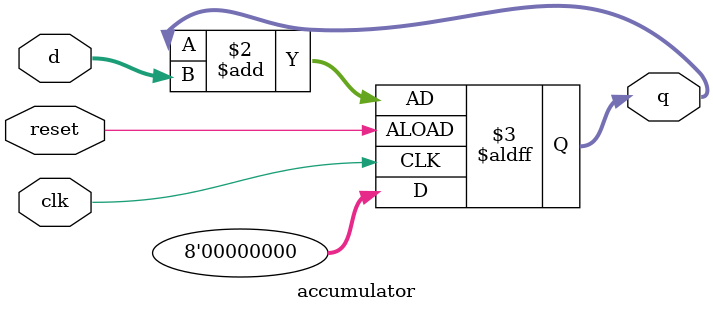
<source format=v>
`timescale 1ns / 1ps


module accumulator(clk,d,reset,q);
input clk,reset;
input [3:0] d;
output reg [7:0] q;
always @ (posedge clk or negedge reset) begin
if(reset)
q<=8'b0;
else
q<=q+d;
end
endmodule

</source>
